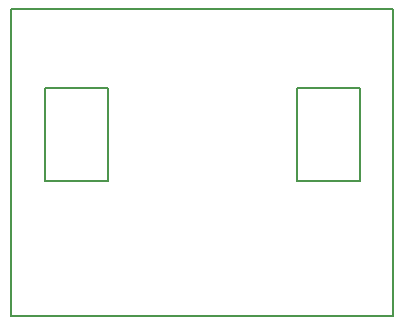
<source format=gbr>
%TF.GenerationSoftware,KiCad,Pcbnew,(5.1.6)-1*%
%TF.CreationDate,2020-06-05T20:50:24+02:00*%
%TF.ProjectId,TinyISPLevelShifter,54696e79-4953-4504-9c65-76656c536869,rev?*%
%TF.SameCoordinates,Original*%
%TF.FileFunction,Other,ECO1*%
%FSLAX46Y46*%
G04 Gerber Fmt 4.6, Leading zero omitted, Abs format (unit mm)*
G04 Created by KiCad (PCBNEW (5.1.6)-1) date 2020-06-05 20:50:24*
%MOMM*%
%LPD*%
G01*
G04 APERTURE LIST*
%ADD10C,0.150000*%
G04 APERTURE END LIST*
D10*
X151892000Y-93345000D02*
X151892000Y-85471000D01*
X157226000Y-93345000D02*
X151892000Y-93345000D01*
X157226000Y-85471000D02*
X157226000Y-93345000D01*
X151892000Y-85471000D02*
X157226000Y-85471000D01*
X130556000Y-93345000D02*
X130556000Y-85471000D01*
X135890000Y-93345000D02*
X130556000Y-93345000D01*
X135890000Y-85471000D02*
X135890000Y-93345000D01*
X130556000Y-85471000D02*
X135890000Y-85471000D01*
X127635000Y-104775000D02*
X127635000Y-78740000D01*
X160020000Y-104775000D02*
X127635000Y-104775000D01*
X160020000Y-78740000D02*
X160020000Y-104775000D01*
X127635000Y-78740000D02*
X160020000Y-78740000D01*
M02*

</source>
